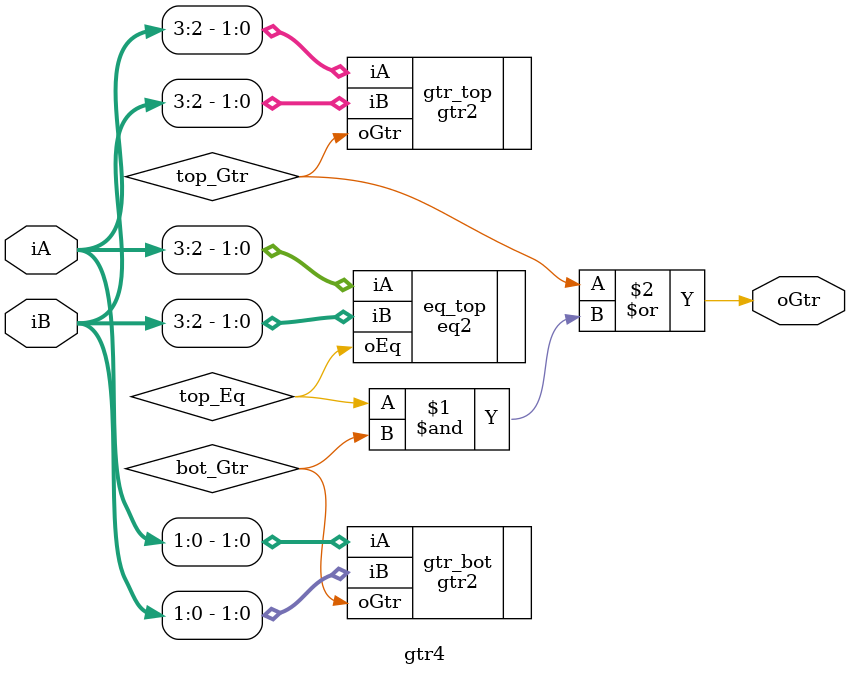
<source format=v>
module gtr4
	(
		input wire [3:0] iA,
		input wire [3:0] iB,
		output wire oGtr
	);

	wire top_Gtr, top_Eq, bot_Gtr;

	gtr2 gtr_top
		(.iA(iA[3:2]), .iB(iB[3:2]), .oGtr(top_Gtr));
	
	eq2 eq_top
		(.iA(iA[3:2]), .iB(iB[3:2]), .oEq(top_Eq));

	gtr2 gtr_bot
		(.iA(iA[1:0]), .iB(iB[1:0]), .oGtr(bot_Gtr));

	assign oGtr = top_Gtr | (top_Eq & bot_Gtr);

endmodule

</source>
